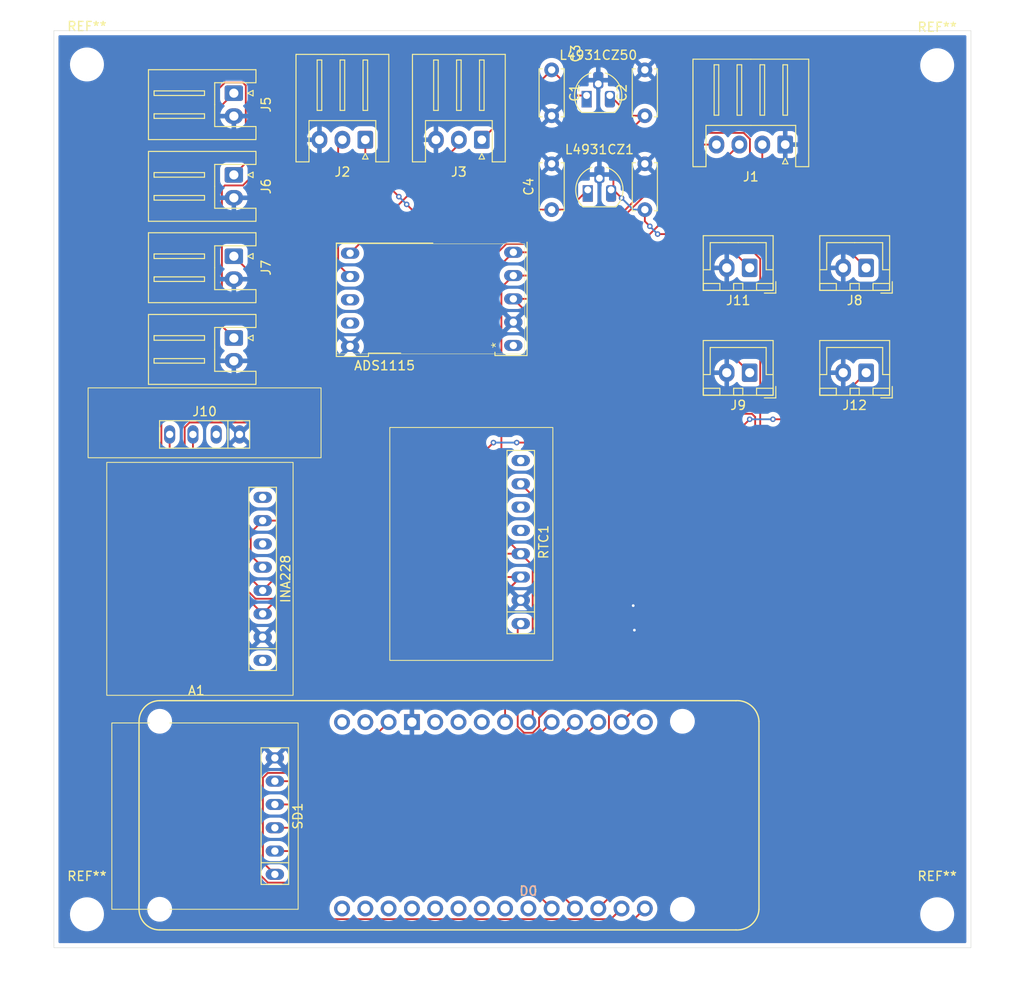
<source format=kicad_pcb>
(kicad_pcb (version 20241229) (generator "pcbnew") (generator_version "9.0")
  (title_block (title "Data Logger Hat") (date "2026-02-06") (rev "vFeb 2026"))
  (layers (0 "F.Cu" signal) (2 "B.Cu" signal) (13 "F.Paste" user) (15 "B.Paste" user) (5 "F.SilkS" user "F.Silkscreen") (7 "B.SilkS" user "B.Silkscreen") (1 "F.Mask" user) (3 "B.Mask" user) (25 "Edge.Cuts" user))
  (net 0 "")
  (net 1 "/D3")
  (net 2 "/SDA")
  (net 3 "/MOSI")
  (net 8 "/D4")
  (net 9 "/D2")
  (net 11 "/MISO")
  (net 12 "/3V3")
  (net 15 "/SCK")
  (net 20 "/SCL")
  (net 24 "/LED_BUILTIN")
  (net 25 "/methane_out")
  (net 26 "+5V")
  (net 27 "/5V6")
  (net 31 "GND")
  (net 32 "/V_bat")
  (net 37 "/D7")
  (net 38 "/PWM")
  (net 39 "/D5")
  (net 40 "/sensor_out")
  (net 41 "/6to9V")
  (net 42 "+3V3")
  (net 43 "/monitor_V_out")
  (footprint "new_library:ADC_16-bit_ADS1115_breakout" (layer "F.Cu") (at 73.338914 78.308055 90)
    (property "Reference" "ADS1115" (at -7.28189 -10.279828 0) (layer "F.SilkS"))
    (property "Value" "~")
    (fp_text user "*" (at -5.5 2.5 90) (layer "F.SilkS") (effects (font (thickness 0.1)) (justify left bottom)))
    (pad "1" thru_hole oval (at 4.97811 -14.039828 90) (size 1.2 2) (drill 0.8) (layers "*.Cu" "*.Mask") (net 25 "/methane_out"))
    (pad "2" thru_hole oval (at 2.43811 -14.039828 90) (size 1.2 2) (drill 0.8) (layers "*.Cu" "*.Mask") (net 40 "/sensor_out"))
    (pad "3" thru_hole oval (at -0.10189 -14.039828 90) (size 1.2 2) (drill 0.8) (layers "*.Cu" "*.Mask"))
    (pad "4" thru_hole oval (at -2.64189 -14.039828 90) (size 1.2 2) (drill 0.8) (layers "*.Cu" "*.Mask"))
    (pad "5" thru_hole oval (at -5.18189 -14.039828 90) (size 1.2 2) (drill 0.8) (layers "*.Cu" "*.Mask") (net 31 "GND"))
    (pad "6" thru_hole oval (at 5.08 3.76 90) (size 1.2 2) (drill 0.8) (layers "*.Cu" "*.Mask") (net 20 "/SCL"))
    (pad "7" thru_hole oval (at 2.54 3.76 90) (size 1.2 2) (drill 0.8) (layers "*.Cu" "*.Mask") (net 2 "/SDA"))
    (pad "8" thru_hole oval (at 0 3.76 90) (size 1.2 2) (drill 0.8) (layers "*.Cu" "*.Mask") (net 12 "/3V3"))
    (pad "9" thru_hole oval (at -2.54 3.76 90) (size 1.2 2) (drill 0.8) (layers "*.Cu" "*.Mask") (net 31 "GND"))
    (pad "10" thru_hole oval (at -5.08 3.76 90) (size 1.2 2) (drill 0.8) (layers "*.Cu" "*.Mask"))
  )
  (footprint "Capacitor_THT:C_Disc_D5.0mm_W2.5mm_P5.00mm" (layer "F.Cu") (at 91.44 68.58 90)
    (property "Reference" "C3" (at 17.025 -7.545 90) (layer "F.SilkS"))
    (property "Value" "0.1uF")
    (pad "1" thru_hole circle (at 0 0 90) (size 1.6 1.6) (drill 0.8) (layers "*.Cu" "*.Mask") (net 27 "/5V6"))
    (pad "2" thru_hole circle (at 5 0 90) (size 1.6 1.6) (drill 0.8) (layers "*.Cu" "*.Mask") (net 31 "GND"))
  )
  (footprint "Connector_JST:JST_XH_S2B-XH-A_1x02_P2.50mm_Horizontal" (layer "F.Cu") (at 46.625 55.88 -90)
    (property "Reference" "J5" (at 1.25 -3.51 90) (layer "F.SilkS"))
    (property "Value" "PWM_output_1")
    (pad "1" thru_hole roundrect (at 0 0 270) (size 1.7 2) (drill 1) (layers "*.Cu" "*.Mask") (roundrect_rratio 0.147059) (net 38 "/PWM"))
    (pad "2" thru_hole oval (at 2.5 0 270) (size 1.7 2) (drill 1) (layers "*.Cu" "*.Mask") (net 31 "GND"))
  )
  (footprint "PCM_arduino-library:Arduino_MKR_FOX_1200_Socket" (layer "F.Cu") (at 38.5352 124.37)
    (property "Reference" "A1" (at 4 -3.35 0) (layer "F.SilkS"))
    (property "Value" "Arduino_MKR_WAN_1310_Socket")
    (fp_text user "D0" (at 40.2048 18.505 0) (layer "F.SilkS"))
    (fp_text user "D0" (at 40.2048 18.505 0) (layer "B.SilkS") (effects (justify mirror)))
    (pad "" np_thru_hole circle (at 0 0) (size 2.2 2.2) (drill 2.2) (layers "*.Cu" "*.Mask"))
    (pad "" np_thru_hole circle (at 0 20.5) (size 2.2 2.2) (drill 2.2) (layers "*.Cu" "*.Mask"))
    (pad "" np_thru_hole circle (at 57 0) (size 2.2 2.2) (drill 2.2) (layers "*.Cu" "*.Mask"))
    (pad "" np_thru_hole circle (at 57 20.5) (size 2.2 2.2) (drill 2.2) (layers "*.Cu" "*.Mask"))
    (pad "3V3" thru_hole circle (at 24.9648 0.09) (size 1.7272 1.7272) (drill 1.016) (layers "*.Cu" "*.Mask") (net 12 "/3V3"))
    (pad "5V" thru_hole circle (at 19.8848 0.09) (size 1.7272 1.7272) (drill 1.016) (layers "*.Cu" "*.Mask"))
    (pad "A0" thru_hole circle (at 22.4248 20.41) (size 1.7272 1.7272) (drill 1.016) (layers "*.Cu" "*.Mask"))
    (pad "A1" thru_hole circle (at 24.9648 20.41) (size 1.7272 1.7272) (drill 1.016) (layers "*.Cu" "*.Mask"))
    (pad "A2" thru_hole circle (at 27.5048 20.41) (size 1.7272 1.7272) (drill 1.016) (layers "*.Cu" "*.Mask"))
    (pad "A3" thru_hole circle (at 30.0448 20.41) (size 1.7272 1.7272) (drill 1.016) (layers "*.Cu" "*.Mask"))
    (pad "A4" thru_hole circle (at 32.5848 20.41) (size 1.7272 1.7272) (drill 1.016) (layers "*.Cu" "*.Mask"))
    (pad "A5" thru_hole circle (at 35.1248 20.41) (size 1.7272 1.7272) (drill 1.016) (layers "*.Cu" "*.Mask"))
    (pad "A6" thru_hole circle (at 37.6648 20.41) (size 1.7272 1.7272) (drill 1.016) (layers "*.Cu" "*.Mask"))
    (pad "AREF" thru_hole circle (at 19.8848 20.41) (size 1.7272 1.7272) (drill 1.016) (layers "*.Cu" "*.Mask"))
    (pad "D0" thru_hole circle (at 40.2048 20.41) (size 1.7272 1.7272) (drill 1.016) (layers "*.Cu" "*.Mask"))
    (pad "D1" thru_hole circle (at 42.7448 20.41) (size 1.7272 1.7272) (drill 1.016) (layers "*.Cu" "*.Mask") (net 38 "/PWM"))
    (pad "D2" thru_hole circle (at 45.2848 20.41) (size 1.7272 1.7272) (drill 1.016) (layers "*.Cu" "*.Mask") (net 9 "/D2"))
    (pad "D3" thru_hole circle (at 47.8248 20.41) (size 1.7272 1.7272) (drill 1.016) (layers "*.Cu" "*.Mask") (net 1 "/D3"))
    (pad "D4" thru_hole circle (at 50.3648 20.41) (size 1.7272 1.7272) (drill 1.016) (layers "*.Cu" "*.Mask") (net 8 "/D4"))
    (pad "D5" thru_hole circle (at 52.9048 20.41) (size 1.7272 1.7272) (drill 1.016) (layers "*.Cu" "*.Mask") (net 39 "/D5"))
    (pad "D6" thru_hole circle (at 52.9048 0.09) (size 1.7272 1.7272) (drill 1.016) (layers "*.Cu" "*.Mask") (net 24 "/LED_BUILTIN"))
    (pad "D7" thru_hole circle (at 50.3648 0.09) (size 1.7272 1.7272) (drill 1.016) (layers "*.Cu" "*.Mask") (net 37 "/D7"))
    (pad "D8" thru_hole circle (at 47.8248 0.09) (size 1.7272 1.7272) (drill 1.016) (layers "*.Cu" "*.Mask") (net 3 "/MOSI"))
    (pad "D9" thru_hole circle (at 45.2848 0.09) (size 1.7272 1.7272) (drill 1.016) (layers "*.Cu" "*.Mask") (net 15 "/SCK"))
    (pad "D10" thru_hole circle (at 42.7448 0.09) (size 1.7272 1.7272) (drill 1.016) (layers "*.Cu" "*.Mask") (net 11 "/MISO"))
    (pad "D11" thru_hole circle (at 40.2048 0.09) (size 1.7272 1.7272) (drill 1.016) (layers "*.Cu" "*.Mask") (net 2 "/SDA"))
    (pad "D12" thru_hole circle (at 37.6648 0.09) (size 1.7272 1.7272) (drill 1.016) (layers "*.Cu" "*.Mask") (net 20 "/SCL"))
    (pad "D13" thru_hole circle (at 35.1248 0.09) (size 1.7272 1.7272) (drill 1.016) (layers "*.Cu" "*.Mask"))
    (pad "D14" thru_hole circle (at 32.5848 0.09) (size 1.7272 1.7272) (drill 1.016) (layers "*.Cu" "*.Mask"))
    (pad "GND" thru_hole rect (at 27.5048 0.09) (size 1.7272 1.7272) (drill 1.016) (layers "*.Cu" "*.Mask") (net 31 "GND"))
    (pad "RST" thru_hole circle (at 30.0448 0.09) (size 1.7272 1.7272) (drill 1.016) (layers "*.Cu" "*.Mask"))
    (pad "VIN" thru_hole circle (at 22.4248 0.09) (size 1.7272 1.7272) (drill 1.016) (layers "*.Cu" "*.Mask"))
  )
  (footprint "new_library:SD_Breakout_offbrand" (layer "F.Cu") (at 51.0977 134.71 90)
    (property "Reference" "SD1" (at 0 2.5 90) (layer "F.SilkS"))
    (property "Value" "SD Breakout Board")
    (pad "1" thru_hole oval (at -6.35 0 90) (size 1.2 2) (drill 0.8) (layers "*.Cu" "*.Mask") (net 12 "/3V3"))
    (pad "2" thru_hole oval (at -3.81 0 90) (size 1.2 2) (drill 0.8) (layers "*.Cu" "*.Mask") (net 9 "/D2"))
    (pad "3" thru_hole oval (at -1.27 0 90) (size 1.2 2) (drill 0.8) (layers "*.Cu" "*.Mask") (net 3 "/MOSI"))
    (pad "4" thru_hole oval (at 1.27 0 90) (size 1.2 2) (drill 0.8) (layers "*.Cu" "*.Mask") (net 15 "/SCK"))
    (pad "5" thru_hole oval (at 3.81 0 90) (size 1.2 2) (drill 0.8) (layers "*.Cu" "*.Mask") (net 11 "/MISO"))
    (pad "6" thru_hole oval (at 6.35 0 90) (size 1.2 2) (drill 0.8) (layers "*.Cu" "*.Mask") (net 31 "GND"))
  )
  (footprint "MountingHole:MountingHole_3.2mm_M3" (layer "F.Cu") (at 123.317 52.832)
    (property "Reference" "REF**" (at 0 -4.15 0) (layer "F.SilkS"))
    (property "Value" "MountingHole_3.2mm_M3")
    (pad "" np_thru_hole circle (at 0 0) (size 3.2 3.2) (drill 3.2) (layers "*.Cu" "*.Mask"))
  )
  (footprint "Capacitor_THT:C_Disc_D5.0mm_W2.5mm_P5.00mm" (layer "F.Cu") (at 91.44 58.34 90)
    (property "Reference" "C2" (at 2.5 -2.5 90) (layer "F.SilkS"))
    (property "Value" "0.1uF")
    (pad "1" thru_hole circle (at 0 0 90) (size 1.6 1.6) (drill 0.8) (layers "*.Cu" "*.Mask") (net 27 "/5V6"))
    (pad "2" thru_hole circle (at 5 0 90) (size 1.6 1.6) (drill 0.8) (layers "*.Cu" "*.Mask") (net 31 "GND"))
  )
  (footprint "Connector_JST:JST_XH_S2B-XH-A_1x02_P2.50mm_Horizontal" (layer "F.Cu") (at 46.625 64.79 -90)
    (property "Reference" "J6" (at 1.25 -3.51 90) (layer "F.SilkS"))
    (property "Value" "SW_LOG")
    (pad "1" thru_hole roundrect (at 0 0 270) (size 1.7 2) (drill 1) (layers "*.Cu" "*.Mask") (roundrect_rratio 0.147059) (net 8 "/D4"))
    (pad "2" thru_hole oval (at 2.5 0 270) (size 1.7 2) (drill 1) (layers "*.Cu" "*.Mask") (net 31 "GND"))
  )
  (footprint "Connector_JST:JST_XH_B2B-XH-A_1x02_P2.50mm_Vertical" (layer "F.Cu") (at 115.57 86.36 180)
    (property "Reference" "J12" (at 1.25 -3.55 0) (layer "F.SilkS"))
    (property "Value" "12V_IN")
    (pad "1" thru_hole roundrect (at 0 0 180) (size 1.7 2) (drill 1) (layers "*.Cu" "*.Mask") (roundrect_rratio 0.147059) (net 32 "/V_bat"))
    (pad "2" thru_hole oval (at 2.5 0 180) (size 1.7 2) (drill 1) (layers "*.Cu" "*.Mask") (net 31 "GND"))
  )
  (footprint "Capacitor_THT:C_Disc_D5.0mm_W2.5mm_P5.00mm" (layer "F.Cu") (at 81.28 68.58 90)
    (property "Reference" "C4" (at 2.5 -2.5 90) (layer "F.SilkS"))
    (property "Value" "2.2uF")
    (pad "1" thru_hole circle (at 0 0 90) (size 1.6 1.6) (drill 0.8) (layers "*.Cu" "*.Mask") (net 42 "+3V3"))
    (pad "2" thru_hole circle (at 5 0 90) (size 1.6 1.6) (drill 0.8) (layers "*.Cu" "*.Mask") (net 31 "GND"))
  )
  (footprint "Capacitor_THT:C_Disc_D5.0mm_W2.5mm_P5.00mm" (layer "F.Cu") (at 81.28 53.34 -90)
    (property "Reference" "C1" (at 2.5 -2.5 90) (layer "F.SilkS"))
    (property "Value" "2.2uF")
    (pad "1" thru_hole circle (at 0 0 270) (size 1.6 1.6) (drill 0.8) (layers "*.Cu" "*.Mask") (net 26 "+5V"))
    (pad "2" thru_hole circle (at 5 0 270) (size 1.6 1.6) (drill 0.8) (layers "*.Cu" "*.Mask") (net 31 "GND"))
  )
  (footprint "Connector_JST:JST_XH_B2B-XH-A_1x02_P2.50mm_Vertical" (layer "F.Cu") (at 102.87 86.36 180)
    (property "Reference" "J9" (at 1.25 -3.55 0) (layer "F.SilkS"))
    (property "Value" "3V3_IN")
    (pad "1" thru_hole roundrect (at 0 0 180) (size 1.7 2) (drill 1) (layers "*.Cu" "*.Mask") (roundrect_rratio 0.147059) (net 12 "/3V3"))
    (pad "2" thru_hole oval (at 2.5 0 180) (size 1.7 2) (drill 1) (layers "*.Cu" "*.Mask") (net 31 "GND"))
  )
  (footprint "new_library:SparkFun_Stemma_Adapter" (layer "F.Cu") (at 43.434 93.091 180)
    (property "Reference" "J10" (at 0 2.5 0) (layer "F.SilkS"))
    (property "Value" "Conn_01x04_Pin")
    (pad "1" thru_hole oval (at -3.81 0 180) (size 1.2 2) (drill 0.8) (layers "*.Cu" "*.Mask") (net 31 "GND"))
    (pad "2" thru_hole oval (at -1.27 0 180) (size 1.2 2) (drill 0.8) (layers "*.Cu" "*.Mask") (net 12 "/3V3"))
    (pad "3" thru_hole oval (at 1.27 0 180) (size 1.2 2) (drill 0.8) (layers "*.Cu" "*.Mask") (net 2 "/SDA"))
    (pad "4" thru_hole oval (at 3.81 0 180) (size 1.2 2) (drill 0.8) (layers "*.Cu" "*.Mask") (net 20 "/SCL"))
  )
  (footprint "Connector_JST:JST_XH_S2B-XH-A_1x02_P2.50mm_Horizontal" (layer "F.Cu") (at 46.625 73.66 -90)
    (property "Reference" "J7" (at 1.25 -3.51 90) (layer "F.SilkS"))
    (property "Value" "PWM_output_2")
    (pad "1" thru_hole roundrect (at 0 0 270) (size 1.7 2) (drill 1) (layers "*.Cu" "*.Mask") (roundrect_rratio 0.147059) (net 37 "/D7"))
    (pad "2" thru_hole oval (at 2.5 0 270) (size 1.7 2) (drill 1) (layers "*.Cu" "*.Mask") (net 31 "GND"))
  )
  (footprint "Connector_JST:JST_XH_S4B-XH-A_1x04_P2.50mm_Horizontal" (layer "F.Cu") (at 106.747 61.484 180)
    (property "Reference" "J1" (at 3.75 -3.51 0) (layer "F.SilkS"))
    (property "Value" "CO2_sensor_conn")
    (pad "1" thru_hole roundrect (at 0 0 180) (size 1.7 1.95) (drill 0.95) (layers "*.Cu" "*.Mask") (roundrect_rratio 0.147059) (net 31 "GND"))
    (pad "2" thru_hole oval (at 2.5 0 180) (size 1.7 1.95) (drill 0.95) (layers "*.Cu" "*.Mask") (net 41 "/6to9V"))
    (pad "3" thru_hole oval (at 5 0 180) (size 1.7 1.95) (drill 0.95) (layers "*.Cu" "*.Mask") (net 2 "/SDA"))
    (pad "4" thru_hole oval (at 7.5 0 180) (size 1.7 1.95) (drill 0.95) (layers "*.Cu" "*.Mask") (net 20 "/SCL"))
  )
  (footprint "Connector_JST:JST_XH_B2B-XH-A_1x02_P2.50mm_Vertical" (layer "F.Cu") (at 102.87 74.93 180)
    (property "Reference" "J11" (at 1.25 -3.55 0) (layer "F.SilkS"))
    (property "Value" "5V6_IN")
    (pad "1" thru_hole roundrect (at 0 0 180) (size 1.7 2) (drill 1) (layers "*.Cu" "*.Mask") (roundrect_rratio 0.147059) (net 27 "/5V6"))
    (pad "2" thru_hole oval (at 2.5 0 180) (size 1.7 2) (drill 1) (layers "*.Cu" "*.Mask") (net 31 "GND"))
  )
  (footprint "Package_TO_SOT_THT:TO-92_HandSolder" (layer "F.Cu") (at 85.09 56.134)
    (property "Reference" "L4931CZ50" (at 1.27 -4.4 0) (layer "F.SilkS"))
    (property "Value" "~")
    (pad "1" thru_hole rect (at 0 0) (size 1.1 1.8) (drill 0.75 (offset 0 0.4)) (layers "*.Cu" "*.Mask") (net 26 "+5V"))
    (pad "2" thru_hole roundrect (at 1.27 -1.27) (size 1.1 1.8) (drill 0.75 (offset 0 -0.4)) (layers "*.Cu" "*.Mask") (net 31 "GND"))
    (pad "3" thru_hole roundrect (at 2.54 0) (size 1.1 1.8) (drill 0.75 (offset 0 0.4)) (layers "*.Cu" "*.Mask") (net 27 "/5V6"))
  )
  (footprint "Connector_JST:JST_XH_S3B-XH-A_1x03_P2.50mm_Horizontal" (layer "F.Cu") (at 73.66 60.96 180)
    (property "Reference" "J3" (at 2.5 -3.51 0) (layer "F.SilkS"))
    (property "Value" "CH4_Sensor_conn")
    (pad "1" thru_hole roundrect (at 0 0 180) (size 1.7 1.95) (drill 0.95) (layers "*.Cu" "*.Mask") (roundrect_rratio 0.147059) (net 26 "+5V"))
    (pad "2" thru_hole oval (at 2.5 0 180) (size 1.7 1.95) (drill 0.95) (layers "*.Cu" "*.Mask") (net 25 "/methane_out"))
    (pad "3" thru_hole oval (at 5 0 180) (size 1.7 1.95) (drill 0.95) (layers "*.Cu" "*.Mask") (net 31 "GND"))
  )
  (footprint "Package_TO_SOT_THT:TO-92_HandSolder" (layer "F.Cu") (at 85.217 66.421)
    (property "Reference" "L4931CZ1" (at 1.27 -4.4 0) (layer "F.SilkS"))
    (property "Value" "~")
    (pad "1" thru_hole rect (at 0 0) (size 1.1 1.8) (drill 0.75 (offset 0 0.4)) (layers "*.Cu" "*.Mask") (net 42 "+3V3"))
    (pad "2" thru_hole roundrect (at 1.27 -1.27) (size 1.1 1.8) (drill 0.75 (offset 0 -0.4)) (layers "*.Cu" "*.Mask") (net 31 "GND"))
    (pad "3" thru_hole roundrect (at 2.54 0) (size 1.1 1.8) (drill 0.75 (offset 0 0.4)) (layers "*.Cu" "*.Mask") (net 27 "/5V6"))
  )
  (footprint "new_library:INA228_adafruit_module" (layer "F.Cu") (at 49.766 108.839 90)
    (property "Reference" "INA228" (at 0 2.5 90) (layer "F.SilkS"))
    (property "Value" "~")
    (pad "1" thru_hole oval (at -8.89 0 90) (size 1.2 2) (drill 0.8) (layers "*.Cu" "*.Mask") (net 12 "/3V3"))
    (pad "2" thru_hole oval (at -6.35 0 90) (size 1.2 2) (drill 0.8) (layers "*.Cu" "*.Mask") (net 31 "GND"))
    (pad "3" thru_hole oval (at -3.81 0 90) (size 1.2 2) (drill 0.8) (layers "*.Cu" "*.Mask") (net 20 "/SCL"))
    (pad "4" thru_hole oval (at -1.27 0 90) (size 1.2 2) (drill 0.8) (layers "*.Cu" "*.Mask") (net 2 "/SDA"))
    (pad "5" thru_hole oval (at 1.27 0 90) (size 1.2 2) (drill 0.8) (layers "*.Cu" "*.Mask") (net 32 "/V_bat"))
    (pad "6" thru_hole oval (at 3.81 0 90) (size 1.2 2) (drill 0.8) (layers "*.Cu" "*.Mask") (net 43 "/monitor_V_out"))
    (pad "7" thru_hole oval (at 6.35 0 90) (size 1.2 2) (drill 0.8) (layers "*.Cu" "*.Mask") (net 32 "/V_bat"))
    (pad "8" thru_hole oval (at 8.89 0 90) (size 1.2 2) (drill 0.8) (layers "*.Cu" "*.Mask"))
  )
  (footprint "Connector_JST:JST_XH_B2B-XH-A_1x02_P2.50mm_Vertical" (layer "F.Cu") (at 115.57 74.93 180)
    (property "Reference" "J8" (at 1.25 -3.55 0) (layer "F.SilkS"))
    (property "Value" "7V_IN")
    (pad "1" thru_hole roundrect (at 0 0 180) (size 1.7 2) (drill 1) (layers "*.Cu" "*.Mask") (roundrect_rratio 0.147059) (net 41 "/6to9V"))
    (pad "2" thru_hole oval (at 2.5 0 180) (size 1.7 2) (drill 1) (layers "*.Cu" "*.Mask") (net 31 "GND"))
  )
  (footprint "Connector_JST:JST_XH_S2B-XH-A_1x02_P2.50mm_Horizontal" (layer "F.Cu") (at 46.625 82.57 -90)
    (property "Reference" "J4" (hide yes))
    (property "Value" "SW_RD")
    (pad "1" thru_hole roundrect (at 0 0 270) (size 1.7 2) (drill 1) (layers "*.Cu" "*.Mask") (roundrect_rratio 0.147059) (net 39 "/D5"))
    (pad "2" thru_hole oval (at 2.5 0 270) (size 1.7 2) (drill 1) (layers "*.Cu" "*.Mask") (net 31 "GND"))
  )
  (footprint "Connector_JST:JST_XH_S3B-XH-A_1x03_P2.50mm_Horizontal" (layer "F.Cu") (at 60.96 60.96 180)
    (property "Reference" "J2" (at 2.5 -3.51 0) (layer "F.SilkS"))
    (property "Value" "3V3_sensor_conn")
    (pad "1" thru_hole roundrect (at 0 0 180) (size 1.7 1.95) (drill 0.95) (layers "*.Cu" "*.Mask") (roundrect_rratio 0.147059) (net 42 "+3V3"))
    (pad "2" thru_hole oval (at 2.5 0 180) (size 1.7 1.95) (drill 0.95) (layers "*.Cu" "*.Mask") (net 40 "/sensor_out"))
    (pad "3" thru_hole oval (at 5 0 180) (size 1.7 1.95) (drill 0.95) (layers "*.Cu" "*.Mask") (net 31 "GND"))
  )
  (footprint "MountingHole:MountingHole_3.2mm_M3" (layer "F.Cu") (at 123.317 145.415)
    (property "Reference" "REF**" (at 0 -4.15 0) (layer "F.SilkS"))
    (property "Value" "MountingHole_3.2mm_M3")
    (pad "" np_thru_hole circle (at 0 0) (size 3.2 3.2) (drill 3.2) (layers "*.Cu" "*.Mask"))
  )
  (footprint "MountingHole:MountingHole_3.2mm_M3" (layer "F.Cu") (at 30.607 145.415)
    (property "Reference" "REF**" (at 0 -4.15 0) (layer "F.SilkS"))
    (property "Value" "MountingHole_3.2mm_M3")
    (pad "" np_thru_hole circle (at 0 0) (size 3.2 3.2) (drill 3.2) (layers "*.Cu" "*.Mask"))
  )
  (footprint "MountingHole:MountingHole_3.2mm_M3" (layer "F.Cu") (at 30.607 52.75)
    (property "Reference" "REF**" (at 0 -4.15 0) (layer "F.SilkS"))
    (property "Value" "MountingHole_3.2mm_M3" (hide yes))
    (pad "" np_thru_hole circle (at 0 0) (size 3.2 3.2) (drill 3.2) (layers "*.Cu" "*.Mask"))
  )
  (footprint "new_library:RTC_DS3231_breakout" (layer "F.Cu") (at 77.907 104.829 90)
    (property "Reference" "RTC1" (at 0 2.5 90) (layer "F.SilkS"))
    (property "Value" "~")
    (pad "1" thru_hole oval (at -8.89 0 90) (size 1.2 2) (drill 0.8) (layers "*.Cu" "*.Mask") (net 12 "/3V3"))
    (pad "2" thru_hole oval (at -6.35 0 90) (size 1.2 2) (drill 0.8) (layers "*.Cu" "*.Mask") (net 31 "GND"))
    (pad "3" thru_hole oval (at -3.81 0 90) (size 1.2 2) (drill 0.8) (layers "*.Cu" "*.Mask") (net 20 "/SCL"))
    (pad "4" thru_hole oval (at -1.27 0 90) (size 1.2 2) (drill 0.8) (layers "*.Cu" "*.Mask") (net 2 "/SDA"))
    (pad "5" thru_hole oval (at 1.27 0 90) (size 1.2 2) (drill 0.8) (layers "*.Cu" "*.Mask"))
    (pad "6" thru_hole oval (at 3.81 0 90) (size 1.2 2) (drill 0.8) (layers "*.Cu" "*.Mask"))
    (pad "7" thru_hole oval (at 6.35 0 90) (size 1.2 2) (drill 0.8) (layers "*.Cu" "*.Mask") (net 1 "/D3"))
    (pad "8" thru_hole oval (at 8.89 0 90) (size 1.2 2) (drill 0.8) (layers "*.Cu" "*.Mask"))
  )
  (gr_rect (start 27 49.06) (end 127 149.06) (stroke (width 0.05)) (fill no) (layer "Edge.Cuts"))
  (segment (start 90.17 110.742) (end 77.907 98.479) (width 0.2) (layer "F.Cu") (net 1))
  (segment (start 87.5246 143.6154) (end 86.36 144.78) (width 0.2) (layer "F.Cu") (net 1))
  (segment (start 90.17 111.76) (end 90.17 110.742) (width 0.2) (layer "F.Cu") (net 1))
  (segment (start 90.300368 114.430368) (end 87.5246 117.206136) (width 0.2) (layer "F.Cu") (net 1))
  (segment (start 87.5246 117.206136) (end 87.5246 143.6154) (width 0.2) (layer "F.Cu") (net 1))
  (via (at 90.300368 114.430368) (size 0.6) (drill 0.3) (layers "F.Cu" "B.Cu") (net 1))
  (via (at 90.17 111.76) (size 0.6) (drill 0.3) (layers "F.Cu" "B.Cu") (net 1))
  (segment (start 90.300368 114.430368) (end 90.17 111.76) (width 0.2) (layer "B.Cu") (net 1))
  (segment (start 77.098914 75.768055) (end 87.462945 75.768055) (width 0.2) (layer "F.Cu") (net 2))
  (segment (start 79.208 107.4) (end 77.907 106.099) (width 0.2) (layer "F.Cu") (net 2))
  (segment (start 79.208 123.992) (end 79.208 107.4) (width 0.2) (layer "F.Cu") (net 2))
  (segment (start 75.797914 77.069055) (end 77.068484 75.798484) (width 0.2) (layer "F.Cu") (net 2))
  (segment (start 53.776 106.099) (end 49.766 110.109) (width 0.2) (layer "F.Cu") (net 2))
  (segment (start 77.907 106.099) (end 53.776 106.099) (width 0.2) (layer "F.Cu") (net 2))
  (segment (start 75.797914 103.989914) (end 75.797914 77.069055) (width 0.2) (layer "F.Cu") (net 2))
  (segment (start 87.462945 75.768055) (end 101.747 61.484) (width 0.2) (layer "F.Cu") (net 2))
  (segment (start 78.74 124.46) (end 79.208 123.992) (width 0.2) (layer "F.Cu") (net 2))
  (segment (start 49.766 110.109) (end 42.164 102.507) (width 0.2) (layer "F.Cu") (net 2))
  (segment (start 77.098914 75.768055) (end 77.068484 75.798484) (width 0.2) (layer "F.Cu") (net 2))
  (segment (start 42.164 102.507) (end 42.164 93.091) (width 0.2) (layer "F.Cu") (net 2))
  (segment (start 77.907 106.099) (end 75.797914 103.989914) (width 0.2) (layer "F.Cu") (net 2))
  (segment (start 54.61 135.98) (end 74.84 135.98) (width 0.2) (layer "F.Cu") (net 3))
  (segment (start 51.0977 135.98) (end 54.61 135.98) (width 0.2) (layer "F.Cu") (net 3))
  (segment (start 74.84 135.98) (end 86.36 124.46) (width 0.2) (layer "F.Cu") (net 3))
  (segment (start 46.224 138.427606) (end 53.740994 145.9446) (width 0.2) (layer "F.Cu") (net 8))
  (segment (start 47.926 63.489) (end 47.926 55.04484) (width 0.2) (layer "F.Cu") (net 8))
  (segment (start 47.61016 54.729) (end 45.63984 54.729) (width 0.2) (layer "F.Cu") (net 8))
  (segment (start 46.224 110.2412) (end 46.224 138.427606) (width 0.2) (layer "F.Cu") (net 8))
  (segment (start 45.63984 54.729) (end 38.322 62.04684) (width 0.2) (layer "F.Cu") (net 8))
  (segment (start 46.625 64.79) (end 47.926 63.489) (width 0.2) (layer "F.Cu") (net 8))
  (segment (start 53.740994 145.9446) (end 87.7354 145.9446) (width 0.2) (layer "F.Cu") (net 8))
  (segment (start 38.322 62.04684) (end 38.322 102.3392) (width 0.2) (layer "F.Cu") (net 8))
  (segment (start 38.322 102.3392) (end 46.224 110.2412) (width 0.2) (layer "F.Cu") (net 8))
  (segment (start 47.926 55.04484) (end 47.61016 54.729) (width 0.2) (layer "F.Cu") (net 8))
  (segment (start 87.7354 145.9446) (end 88.9 144.78) (width 0.2) (layer "F.Cu") (net 8))
  (segment (start 77.56 138.52) (end 83.82 144.78) (width 0.2) (layer "F.Cu") (net 9))
  (segment (start 51.0977 138.52) (end 77.56 138.52) (width 0.2) (layer "F.Cu") (net 9))
  (segment (start 51.0977 130.9) (end 74.84 130.9) (width 0.2) (layer "F.Cu") (net 11))
  (segment (start 74.84 130.9) (end 81.28 124.46) (width 0.2) (layer "F.Cu") (net 11))
  (segment (start 77.5754 114.0506) (end 77.907 113.719) (width 0.2) (layer "F.Cu") (net 12))
  (segment (start 57.961 129.999) (end 63.5 124.46) (width 0.2) (layer "F.Cu") (net 12))
  (segment (start 79.9046 124.942394) (end 79.222394 125.6246) (width 0.2) (layer "F.Cu") (net 12))
  (segment (start 51.0977 141.06) (end 49.7967 139.759) (width 0.2) (layer "F.Cu") (net 12))
  (segment (start 50.324494 129.999) (end 57.961 129.999) (width 0.2) (layer "F.Cu") (net 12))
  (segment (start 103.471 91.191057) (end 103.471 100.411206) (width 0.2) (layer "F.Cu") (net 12))
  (segment (start 77.098914 78.308055) (end 89.629859 90.839) (width 0.2) (layer "F.Cu") (net 12))
  (segment (start 79.9046 123.977606) (end 79.9046 124.942394) (width 0.2) (layer "F.Cu") (net 12))
  (segment (start 94.818055 78.308055) (end 77.098914 78.308055) (width 0.2) (layer "F.Cu") (net 12))
  (segment (start 49.7967 139.759) (end 49.7967 130.526794) (width 0.2) (layer "F.Cu") (net 12))
  (segment (start 78.257606 125.6246) (end 77.5754 124.942394) (width 0.2) (layer "F.Cu") (net 12))
  (segment (start 77.5754 124.942394) (end 77.5754 114.0506) (width 0.2) (layer "F.Cu") (net 12))
  (segment (start 102.87 86.36) (end 94.818055 78.308055) (width 0.2) (layer "F.Cu") (net 12))
  (segment (start 103.471 100.411206) (end 79.9046 123.977606) (width 0.2) (layer "F.Cu") (net 12))
  (segment (start 89.629859 90.839) (end 103.118943 90.839) (width 0.2) (layer "F.Cu") (net 12))
  (segment (start 49.7967 130.526794) (end 50.324494 129.999) (width 0.2) (layer "F.Cu") (net 12))
  (segment (start 103.118943 90.839) (end 103.471 91.191057) (width 0.2) (layer "F.Cu") (net 12))
  (segment (start 79.222394 125.6246) (end 78.257606 125.6246) (width 0.2) (layer "F.Cu") (net 12))
  (segment (start 51.0977 133.44) (end 74.84 133.44) (width 0.2) (layer "F.Cu") (net 15))
  (segment (start 74.84 133.44) (end 83.82 124.46) (width 0.2) (layer "F.Cu") (net 15))
  (segment (start 41.263 103.280206) (end 48.992794 111.01) (width 0.2) (layer "F.Cu") (net 20))
  (segment (start 41.263 92.317794) (end 41.263 103.280206) (width 0.2) (layer "F.Cu") (net 20))
  (segment (start 75.536 111.01) (end 77.907 108.639) (width 0.2) (layer "F.Cu") (net 20))
  (segment (start 76.2 124.46) (end 76.2 110.346) (width 0.2) (layer "F.Cu") (net 20))
  (segment (start 41.790794 91.79) (end 41.263 92.317794) (width 0.2) (layer "F.Cu") (net 20))
  (segment (start 53.776 108.639) (end 49.766 112.649) (width 0.2) (layer "F.Cu") (net 20))
  (segment (start 48.992794 111.01) (end 75.536 111.01) (width 0.2) (layer "F.Cu") (net 20))
  (segment (start 76.2 110.346) (end 77.907 108.639) (width 0.2) (layer "F.Cu") (net 20))
  (segment (start 49.766 112.649) (end 39.624 102.507) (width 0.2) (layer "F.Cu") (net 20))
  (segment (start 58.536969 91.79) (end 41.790794 91.79) (width 0.2) (layer "F.Cu") (net 20))
  (segment (start 96.97895 61.484) (end 99.247 61.484) (width 0.2) (layer "F.Cu") (net 20))
  (segment (start 77.907 108.639) (end 53.776 108.639) (width 0.2) (layer "F.Cu") (net 20))
  (segment (start 85.234895 73.228055) (end 96.97895 61.484) (width 0.2) (layer "F.Cu") (net 20))
  (segment (start 77.098914 73.228055) (end 85.234895 73.228055) (width 0.2) (layer "F.Cu") (net 20))
  (segment (start 39.624 102.507) (end 39.624 93.091) (width 0.2) (layer "F.Cu") (net 20))
  (segment (start 77.098914 73.228055) (end 58.536969 91.79) (width 0.2) (layer "F.Cu") (net 20))
  (segment (start 71.16 60.96) (end 71.16 61.469031) (width 0.2) (layer "F.Cu") (net 25))
  (segment (start 71.16 61.469031) (end 59.299086 73.329945) (width 0.2) (layer "F.Cu") (net 25))
  (segment (start 85.09 56.134) (end 84.074 56.134) (width 0.2) (layer "F.Cu") (net 26))
  (segment (start 73.66 60.96) (end 81.28 53.34) (width 0.2) (layer "F.Cu") (net 26))
  (segment (start 84.074 56.134) (end 81.28 53.34) (width 0.2) (layer "F.Cu") (net 26))
  (segment (start 87.757 66.421) (end 88.011 66.421) (width 0.2) (layer "F.Cu") (net 27))
  (segment (start 91.44 58.34) (end 88.011 61.769) (width 0.2) (layer "F.Cu") (net 27))
  (segment (start 89.836 58.34) (end 91.44 58.34) (width 0.2) (layer "F.Cu") (net 27))
  (segment (start 87.63 56.134) (end 89.836 58.34) (width 0.2) (layer "F.Cu") (net 27))
  (segment (start 91.44 69.85) (end 91.986235 70.396235) (width 0.2) (layer "F.Cu") (net 27))
  (segment (start 88.011 61.769) (end 88.011 66.421) (width 0.2) (layer "F.Cu") (net 27))
  (segment (start 91.44 68.58) (end 91.44 69.85) (width 0.2) (layer "F.Cu") (net 27))
  (segment (start 88.011 66.421) (end 88.9 67.31) (width 0.2) (layer "F.Cu") (net 27))
  (segment (start 92.834765 71.244765) (end 99.184765 71.244765) (width 0.2) (layer "F.Cu") (net 27))
  (segment (start 99.184765 71.244765) (end 102.87 74.93) (width 0.2) (layer "F.Cu") (net 27))
  (via (at 88.9 67.31) (size 0.6) (drill 0.3) (layers "F.Cu" "B.Cu") (net 27))
  (via (at 92.834765 71.244765) (size 0.6) (drill 0.3) (layers "F.Cu" "B.Cu") (net 27))
  (via (at 91.986235 70.396235) (size 0.6) (drill 0.3) (layers "F.Cu" "B.Cu") (net 27))
  (segment (start 90.17 68.58) (end 91.44 68.58) (width 0.2) (layer "B.Cu") (net 27))
  (segment (start 91.986235 70.396235) (end 92.834765 71.244765) (width 0.2) (layer "B.Cu") (net 27))
  (segment (start 88.9 67.31) (end 90.17 68.58) (width 0.2) (layer "B.Cu") (net 27))
  (segment (start 48.465 106.268) (end 48.465 103.79) (width 0.2) (layer "F.Cu") (net 32))
  (segment (start 105.41 91.44) (end 110.49 91.44) (width 0.2) (layer "F.Cu") (net 32))
  (segment (start 100.33 93.98) (end 102.87 91.44) (width 0.2) (layer "F.Cu") (net 32))
  (segment (start 77.47 93.98) (end 100.33 93.98) (width 0.2) (layer "F.Cu") (net 32))
  (segment (start 110.49 91.44) (end 115.57 86.36) (width 0.2) (layer "F.Cu") (net 32))
  (segment (start 49.766 107.569) (end 48.465 106.268) (width 0.2) (layer "F.Cu") (net 32))
  (segment (start 48.465 103.79) (end 49.766 102.489) (width 0.2) (layer "F.Cu") (net 32))
  (segment (start 66.421 102.489) (end 74.93 93.98) (width 0.2) (layer "F.Cu") (net 32))
  (segment (start 49.766 102.489) (end 66.421 102.489) (width 0.2) (layer "F.Cu") (net 32))
  (via (at 77.47 93.98) (size 0.6) (drill 0.3) (layers "F.Cu" "B.Cu") (net 32))
  (via (at 74.93 93.98) (size 0.6) (drill 0.3) (layers "F.Cu" "B.Cu") (net 32))
  (via (at 105.41 91.44) (size 0.6) (drill 0.3) (layers "F.Cu" "B.Cu") (net 32))
  (via (at 102.87 91.44) (size 0.6) (drill 0.3) (layers "F.Cu" "B.Cu") (net 32))
  (segment (start 74.93 93.98) (end 77.47 93.98) (width 0.2) (layer "B.Cu") (net 32))
  (segment (start 102.87 91.44) (end 105.41 91.44) (width 0.2) (layer "B.Cu") (net 32))
  (segment (start 63.246894 85.405869) (end 76.325708 72.327055) (width 0.2) (layer "F.Cu") (net 37))
  (segment (start 102.898 60.88224) (end 102.898 72.82184) (width 0.2) (layer "F.Cu") (net 37))
  (segment (start 104.021 73.94484) (end 104.021 109.339) (width 0.2) (layer "F.Cu") (net 37))
  (segment (start 85.568795 72.327055) (end 97.68785 60.208) (width 0.2) (layer "F.Cu") (net 37))
  (segment (start 102.22376 60.208) (end 102.898 60.88224) (width 0.2) (layer "F.Cu") (net 37))
  (segment (start 97.68785 60.208) (end 102.22376 60.208) (width 0.2) (layer "F.Cu") (net 37))
  (segment (start 58.370869 85.405869) (end 63.246894 85.405869) (width 0.2) (layer "F.Cu") (net 37))
  (segment (start 76.325708 72.327055) (end 85.568795 72.327055) (width 0.2) (layer "F.Cu") (net 37))
  (segment (start 102.898 72.82184) (end 104.021 73.94484) (width 0.2) (layer "F.Cu") (net 37))
  (segment (start 46.625 73.66) (end 58.370869 85.405869) (width 0.2) (layer "F.Cu") (net 37))
  (segment (start 104.021 109.339) (end 88.9 124.46) (width 0.2) (layer "F.Cu") (net 37))
  (segment (start 46.625 110.0751) (end 46.625 138.261506) (width 0.2) (layer "F.Cu") (net 38))
  (segment (start 46.625 55.88) (end 38.723 63.782) (width 0.2) (layer "F.Cu") (net 38))
  (segment (start 46.625 138.261506) (end 50.324494 141.961) (width 0.2) (layer "F.Cu") (net 38))
  (segment (start 38.723 63.782) (end 38.723 102.1731) (width 0.2) (layer "F.Cu") (net 38))
  (segment (start 78.461 141.961) (end 81.28 144.78) (width 0.2) (layer "F.Cu") (net 38))
  (segment (start 50.324494 141.961) (end 78.461 141.961) (width 0.2) (layer "F.Cu") (net 38))
  (segment (start 38.723 102.1731) (end 46.625 110.0751) (width 0.2) (layer "F.Cu") (net 38))
  (segment (start 89.8744 146.3456) (end 91.44 144.78) (width 0.2) (layer "F.Cu") (net 39))
  (segment (start 45.47374 54.328) (end 37.921 61.88074) (width 0.2) (layer "F.Cu") (net 39))
  (segment (start 45.324 81.269) (end 45.324 66.25684) (width 0.2) (layer "F.Cu") (net 39))
  (segment (start 37.921 102.5053) (end 45.823 110.4073) (width 0.2) (layer "F.Cu") (net 39))
  (segment (start 48.327 54.87874) (end 47.77626 54.328) (width 0.2) (layer "F.Cu") (net 39))
  (segment (start 47.77626 54.328) (end 45.47374 54.328) (width 0.2) (layer "F.Cu") (net 39))
  (segment (start 46.625 82.57) (end 45.324 81.269) (width 0.2) (layer "F.Cu") (net 39))
  (segment (start 48.327 65.22416) (end 48.327 54.87874) (width 0.2) (layer "F.Cu") (net 39))
  (segment (start 45.823 110.4073) (end 45.823 138.593706) (width 0.2) (layer "F.Cu") (net 39))
  (segment (start 45.324 66.25684) (end 45.63984 65.941) (width 0.2) (layer "F.Cu") (net 39))
  (segment (start 47.61016 65.941) (end 48.327 65.22416) (width 0.2) (layer "F.Cu") (net 39))
  (segment (start 45.63984 65.941) (end 47.61016 65.941) (width 0.2) (layer "F.Cu") (net 39))
  (segment (start 45.823 138.593706) (end 53.574894 146.3456) (width 0.2) (layer "F.Cu") (net 39))
  (segment (start 37.921 61.88074) (end 37.921 102.5053) (width 0.2) (layer "F.Cu") (net 39))
  (segment (start 46.625 83.034943) (end 46.625 82.57) (width 0.2) (layer "F.Cu") (net 39))
  (segment (start 53.574894 146.3456) (end 89.8744 146.3456) (width 0.2) (layer "F.Cu") (net 39))
  (segment (start 58.46 60.96) (end 57.998086 61.421914) (width 0.2) (layer "F.Cu") (net 40))
  (segment (start 57.998086 61.421914) (end 57.998086 74.568945) (width 0.2) (layer "F.Cu") (net 40))
  (segment (start 57.998086 74.568945) (end 59.299086 75.869945) (width 0.2) (layer "F.Cu") (net 40))
  (segment (start 104.247 63.607) (end 115.57 74.93) (width 0.2) (layer "F.Cu") (net 41))
  (segment (start 104.247 61.484) (end 104.247 63.607) (width 0.2) (layer "F.Cu") (net 41))
  (segment (start 64.620251 67.160251) (end 60.96 63.5) (width 0.2) (layer "F.Cu") (net 42))
  (segment (start 66.04 68.58) (end 65.46878 68.00878) (width 0.2) (layer "F.Cu") (net 42))
  (segment (start 81.28 68.58) (end 66.04 68.58) (width 0.2) (layer "F.Cu") (net 42))
  (segment (start 60.96 63.5) (end 60.96 60.96) (width 0.2) (layer "F.Cu") (net 42))
  (segment (start 85.217 66.421) (end 83.058 68.58) (width 0.2) (layer "F.Cu") (net 42))
  (segment (start 83.058 68.58) (end 81.28 68.58) (width 0.2) (layer "F.Cu") (net 42))
  (via (at 64.620251 67.160251) (size 0.6) (drill 0.3) (layers "F.Cu" "B.Cu") (net 42))
  (via (at 65.46878 68.00878) (size 0.6) (drill 0.3) (layers "F.Cu" "B.Cu") (net 42))
  (segment (start 65.46878 68.00878) (end 64.620251 67.160251) (width 0.2) (layer "B.Cu") (net 42))
  (zone (net 31) (net_name "GND") (layer "B.Cu") (connect_pads (clearance 0.5)) (min_thickness 0.25) (fill yes (thermal_gap 0.5) (thermal_bridge_width 0.5))
    (polygon (pts (xy 24.13 45.72) (xy 129.54 45.72) (xy 130.81 153.67) (xy 24.13 152.4)))
  )
)
</source>
